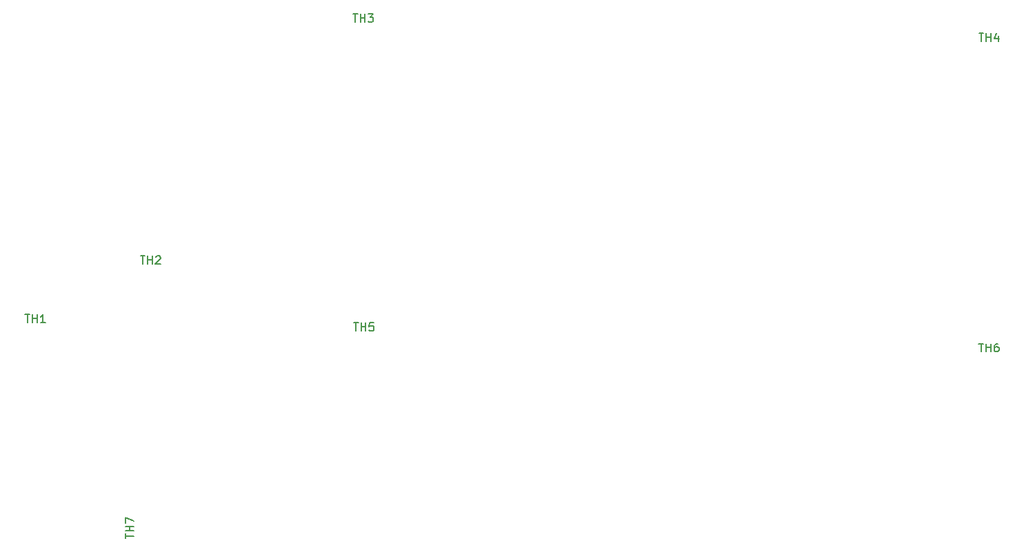
<source format=gbr>
%TF.GenerationSoftware,KiCad,Pcbnew,(7.0.0-0)*%
%TF.CreationDate,2023-04-10T14:36:22-07:00*%
%TF.ProjectId,Sofle_loud_bottom,536f666c-655f-46c6-9f75-645f626f7474,rev?*%
%TF.SameCoordinates,Original*%
%TF.FileFunction,Legend,Top*%
%TF.FilePolarity,Positive*%
%FSLAX46Y46*%
G04 Gerber Fmt 4.6, Leading zero omitted, Abs format (unit mm)*
G04 Created by KiCad (PCBNEW (7.0.0-0)) date 2023-04-10 14:36:22*
%MOMM*%
%LPD*%
G01*
G04 APERTURE LIST*
%ADD10C,0.150000*%
G04 APERTURE END LIST*
D10*
%TO.C,*%
%TO.C,TH5*%
X124134286Y-97017380D02*
X124705714Y-97017380D01*
X124420000Y-98017380D02*
X124420000Y-97017380D01*
X125039048Y-98017380D02*
X125039048Y-97017380D01*
X125039048Y-97493571D02*
X125610476Y-97493571D01*
X125610476Y-98017380D02*
X125610476Y-97017380D01*
X126562857Y-97017380D02*
X126086667Y-97017380D01*
X126086667Y-97017380D02*
X126039048Y-97493571D01*
X126039048Y-97493571D02*
X126086667Y-97445952D01*
X126086667Y-97445952D02*
X126181905Y-97398333D01*
X126181905Y-97398333D02*
X126420000Y-97398333D01*
X126420000Y-97398333D02*
X126515238Y-97445952D01*
X126515238Y-97445952D02*
X126562857Y-97493571D01*
X126562857Y-97493571D02*
X126610476Y-97588809D01*
X126610476Y-97588809D02*
X126610476Y-97826904D01*
X126610476Y-97826904D02*
X126562857Y-97922142D01*
X126562857Y-97922142D02*
X126515238Y-97969761D01*
X126515238Y-97969761D02*
X126420000Y-98017380D01*
X126420000Y-98017380D02*
X126181905Y-98017380D01*
X126181905Y-98017380D02*
X126086667Y-97969761D01*
X126086667Y-97969761D02*
X126039048Y-97922142D01*
%TO.C,TH6*%
X200879286Y-99582380D02*
X201450714Y-99582380D01*
X201165000Y-100582380D02*
X201165000Y-99582380D01*
X201784048Y-100582380D02*
X201784048Y-99582380D01*
X201784048Y-100058571D02*
X202355476Y-100058571D01*
X202355476Y-100582380D02*
X202355476Y-99582380D01*
X203260238Y-99582380D02*
X203069762Y-99582380D01*
X203069762Y-99582380D02*
X202974524Y-99630000D01*
X202974524Y-99630000D02*
X202926905Y-99677619D01*
X202926905Y-99677619D02*
X202831667Y-99820476D01*
X202831667Y-99820476D02*
X202784048Y-100010952D01*
X202784048Y-100010952D02*
X202784048Y-100391904D01*
X202784048Y-100391904D02*
X202831667Y-100487142D01*
X202831667Y-100487142D02*
X202879286Y-100534761D01*
X202879286Y-100534761D02*
X202974524Y-100582380D01*
X202974524Y-100582380D02*
X203165000Y-100582380D01*
X203165000Y-100582380D02*
X203260238Y-100534761D01*
X203260238Y-100534761D02*
X203307857Y-100487142D01*
X203307857Y-100487142D02*
X203355476Y-100391904D01*
X203355476Y-100391904D02*
X203355476Y-100153809D01*
X203355476Y-100153809D02*
X203307857Y-100058571D01*
X203307857Y-100058571D02*
X203260238Y-100010952D01*
X203260238Y-100010952D02*
X203165000Y-99963333D01*
X203165000Y-99963333D02*
X202974524Y-99963333D01*
X202974524Y-99963333D02*
X202879286Y-100010952D01*
X202879286Y-100010952D02*
X202831667Y-100058571D01*
X202831667Y-100058571D02*
X202784048Y-100153809D01*
%TO.C,TH7*%
X96137380Y-123495713D02*
X96137380Y-122924285D01*
X97137380Y-123209999D02*
X96137380Y-123209999D01*
X97137380Y-122590951D02*
X96137380Y-122590951D01*
X96613571Y-122590951D02*
X96613571Y-122019523D01*
X97137380Y-122019523D02*
X96137380Y-122019523D01*
X96137380Y-121638570D02*
X96137380Y-120971904D01*
X96137380Y-120971904D02*
X97137380Y-121400475D01*
%TO.C,TH1*%
X83779286Y-96017380D02*
X84350714Y-96017380D01*
X84065000Y-97017380D02*
X84065000Y-96017380D01*
X84684048Y-97017380D02*
X84684048Y-96017380D01*
X84684048Y-96493571D02*
X85255476Y-96493571D01*
X85255476Y-97017380D02*
X85255476Y-96017380D01*
X86255476Y-97017380D02*
X85684048Y-97017380D01*
X85969762Y-97017380D02*
X85969762Y-96017380D01*
X85969762Y-96017380D02*
X85874524Y-96160238D01*
X85874524Y-96160238D02*
X85779286Y-96255476D01*
X85779286Y-96255476D02*
X85684048Y-96303095D01*
%TO.C,TH3*%
X124044286Y-59067380D02*
X124615714Y-59067380D01*
X124330000Y-60067380D02*
X124330000Y-59067380D01*
X124949048Y-60067380D02*
X124949048Y-59067380D01*
X124949048Y-59543571D02*
X125520476Y-59543571D01*
X125520476Y-60067380D02*
X125520476Y-59067380D01*
X125901429Y-59067380D02*
X126520476Y-59067380D01*
X126520476Y-59067380D02*
X126187143Y-59448333D01*
X126187143Y-59448333D02*
X126330000Y-59448333D01*
X126330000Y-59448333D02*
X126425238Y-59495952D01*
X126425238Y-59495952D02*
X126472857Y-59543571D01*
X126472857Y-59543571D02*
X126520476Y-59638809D01*
X126520476Y-59638809D02*
X126520476Y-59876904D01*
X126520476Y-59876904D02*
X126472857Y-59972142D01*
X126472857Y-59972142D02*
X126425238Y-60019761D01*
X126425238Y-60019761D02*
X126330000Y-60067380D01*
X126330000Y-60067380D02*
X126044286Y-60067380D01*
X126044286Y-60067380D02*
X125949048Y-60019761D01*
X125949048Y-60019761D02*
X125901429Y-59972142D01*
%TO.C,TH2*%
X97940339Y-88815932D02*
X98511767Y-88815932D01*
X98226053Y-89815932D02*
X98226053Y-88815932D01*
X98845101Y-89815932D02*
X98845101Y-88815932D01*
X98845101Y-89292123D02*
X99416529Y-89292123D01*
X99416529Y-89815932D02*
X99416529Y-88815932D01*
X99845101Y-88911171D02*
X99892720Y-88863552D01*
X99892720Y-88863552D02*
X99987958Y-88815932D01*
X99987958Y-88815932D02*
X100226053Y-88815932D01*
X100226053Y-88815932D02*
X100321291Y-88863552D01*
X100321291Y-88863552D02*
X100368910Y-88911171D01*
X100368910Y-88911171D02*
X100416529Y-89006409D01*
X100416529Y-89006409D02*
X100416529Y-89101647D01*
X100416529Y-89101647D02*
X100368910Y-89244504D01*
X100368910Y-89244504D02*
X99797482Y-89815932D01*
X99797482Y-89815932D02*
X100416529Y-89815932D01*
%TO.C,TH4*%
X200894286Y-61467380D02*
X201465714Y-61467380D01*
X201180000Y-62467380D02*
X201180000Y-61467380D01*
X201799048Y-62467380D02*
X201799048Y-61467380D01*
X201799048Y-61943571D02*
X202370476Y-61943571D01*
X202370476Y-62467380D02*
X202370476Y-61467380D01*
X203275238Y-61800714D02*
X203275238Y-62467380D01*
X203037143Y-61419761D02*
X202799048Y-62134047D01*
X202799048Y-62134047D02*
X203418095Y-62134047D01*
%TD*%
M02*

</source>
